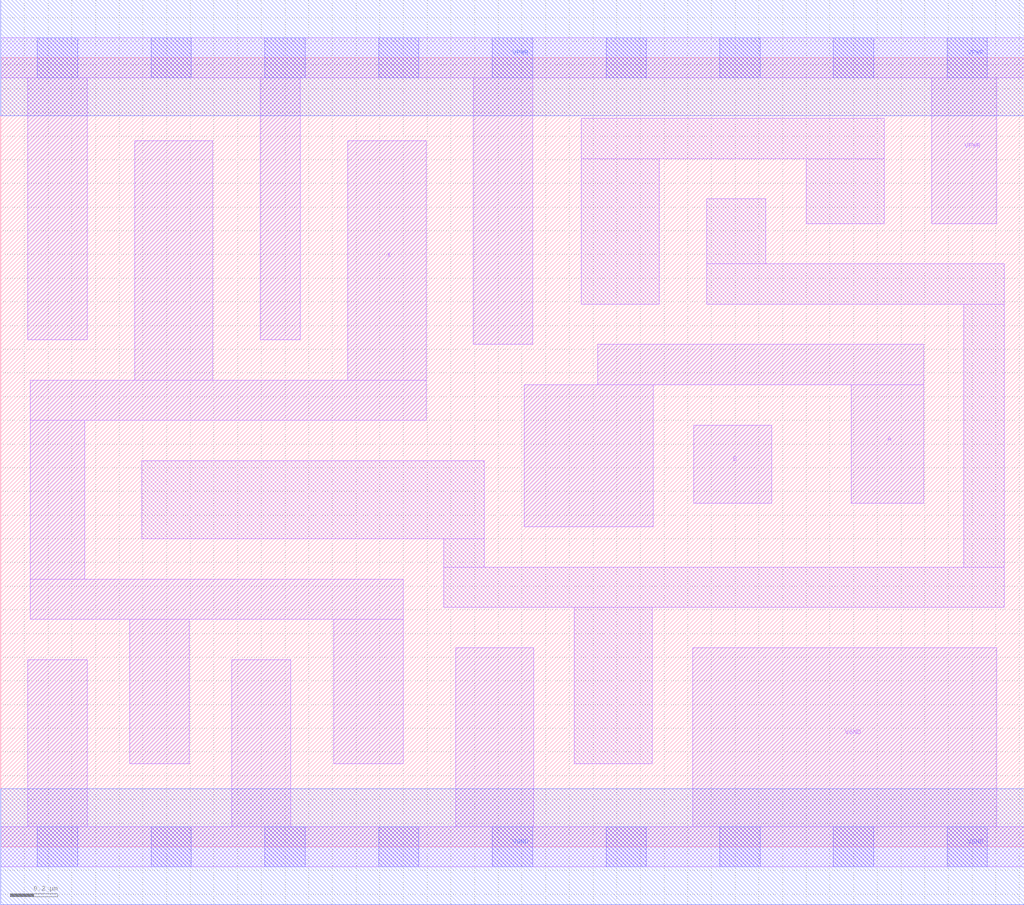
<source format=lef>
# Copyright 2020 The SkyWater PDK Authors
#
# Licensed under the Apache License, Version 2.0 (the "License");
# you may not use this file except in compliance with the License.
# You may obtain a copy of the License at
#
#     https://www.apache.org/licenses/LICENSE-2.0
#
# Unless required by applicable law or agreed to in writing, software
# distributed under the License is distributed on an "AS IS" BASIS,
# WITHOUT WARRANTIES OR CONDITIONS OF ANY KIND, either express or implied.
# See the License for the specific language governing permissions and
# limitations under the License.
#
# SPDX-License-Identifier: Apache-2.0

VERSION 5.7 ;
  NAMESCASESENSITIVE ON ;
  NOWIREEXTENSIONATPIN ON ;
  DIVIDERCHAR "/" ;
  BUSBITCHARS "[]" ;
UNITS
  DATABASE MICRONS 200 ;
END UNITS
MACRO sky130_fd_sc_ms__or2_4
  CLASS CORE ;
  SOURCE USER ;
  FOREIGN sky130_fd_sc_ms__or2_4 ;
  ORIGIN  0.000000  0.000000 ;
  SIZE  4.320000 BY  3.330000 ;
  SYMMETRY X Y ;
  SITE unit ;
  PIN A
    ANTENNAGATEAREA  0.471000 ;
    DIRECTION INPUT ;
    USE SIGNAL ;
    PORT
      LAYER li1 ;
        RECT 2.210000 1.350000 2.755000 1.950000 ;
        RECT 2.520000 1.950000 3.895000 2.120000 ;
        RECT 3.590000 1.450000 3.895000 1.950000 ;
    END
  END A
  PIN B
    ANTENNAGATEAREA  0.471000 ;
    DIRECTION INPUT ;
    USE SIGNAL ;
    PORT
      LAYER li1 ;
        RECT 2.925000 1.450000 3.255000 1.780000 ;
    END
  END B
  PIN X
    ANTENNADIFFAREA  1.082100 ;
    DIRECTION OUTPUT ;
    USE SIGNAL ;
    PORT
      LAYER li1 ;
        RECT 0.125000 0.960000 1.700000 1.130000 ;
        RECT 0.125000 1.130000 0.355000 1.800000 ;
        RECT 0.125000 1.800000 1.795000 1.970000 ;
        RECT 0.545000 0.350000 0.795000 0.960000 ;
        RECT 0.565000 1.970000 0.895000 2.980000 ;
        RECT 1.405000 0.350000 1.700000 0.960000 ;
        RECT 1.465000 1.970000 1.795000 2.980000 ;
    END
  END X
  PIN VGND
    DIRECTION INOUT ;
    USE GROUND ;
    PORT
      LAYER li1 ;
        RECT 0.000000 -0.085000 4.320000 0.085000 ;
        RECT 0.115000  0.085000 0.365000 0.790000 ;
        RECT 0.975000  0.085000 1.225000 0.790000 ;
        RECT 1.920000  0.085000 2.250000 0.840000 ;
        RECT 2.920000  0.085000 4.205000 0.840000 ;
      LAYER mcon ;
        RECT 0.155000 -0.085000 0.325000 0.085000 ;
        RECT 0.635000 -0.085000 0.805000 0.085000 ;
        RECT 1.115000 -0.085000 1.285000 0.085000 ;
        RECT 1.595000 -0.085000 1.765000 0.085000 ;
        RECT 2.075000 -0.085000 2.245000 0.085000 ;
        RECT 2.555000 -0.085000 2.725000 0.085000 ;
        RECT 3.035000 -0.085000 3.205000 0.085000 ;
        RECT 3.515000 -0.085000 3.685000 0.085000 ;
        RECT 3.995000 -0.085000 4.165000 0.085000 ;
      LAYER met1 ;
        RECT 0.000000 -0.245000 4.320000 0.245000 ;
    END
  END VGND
  PIN VPWR
    DIRECTION INOUT ;
    USE POWER ;
    PORT
      LAYER li1 ;
        RECT 0.000000 3.245000 4.320000 3.415000 ;
        RECT 0.115000 2.140000 0.365000 3.245000 ;
        RECT 1.095000 2.140000 1.265000 3.245000 ;
        RECT 1.995000 2.120000 2.245000 3.245000 ;
        RECT 3.930000 2.630000 4.205000 3.245000 ;
      LAYER mcon ;
        RECT 0.155000 3.245000 0.325000 3.415000 ;
        RECT 0.635000 3.245000 0.805000 3.415000 ;
        RECT 1.115000 3.245000 1.285000 3.415000 ;
        RECT 1.595000 3.245000 1.765000 3.415000 ;
        RECT 2.075000 3.245000 2.245000 3.415000 ;
        RECT 2.555000 3.245000 2.725000 3.415000 ;
        RECT 3.035000 3.245000 3.205000 3.415000 ;
        RECT 3.515000 3.245000 3.685000 3.415000 ;
        RECT 3.995000 3.245000 4.165000 3.415000 ;
      LAYER met1 ;
        RECT 0.000000 3.085000 4.320000 3.575000 ;
    END
  END VPWR
  OBS
    LAYER li1 ;
      RECT 0.595000 1.300000 2.040000 1.630000 ;
      RECT 1.870000 1.010000 4.235000 1.180000 ;
      RECT 1.870000 1.180000 2.040000 1.300000 ;
      RECT 2.420000 0.350000 2.750000 1.010000 ;
      RECT 2.450000 2.290000 2.780000 2.905000 ;
      RECT 2.450000 2.905000 3.730000 3.075000 ;
      RECT 2.980000 2.290000 4.235000 2.460000 ;
      RECT 2.980000 2.460000 3.230000 2.735000 ;
      RECT 3.400000 2.630000 3.730000 2.905000 ;
      RECT 4.065000 1.180000 4.235000 2.290000 ;
  END
END sky130_fd_sc_ms__or2_4

</source>
